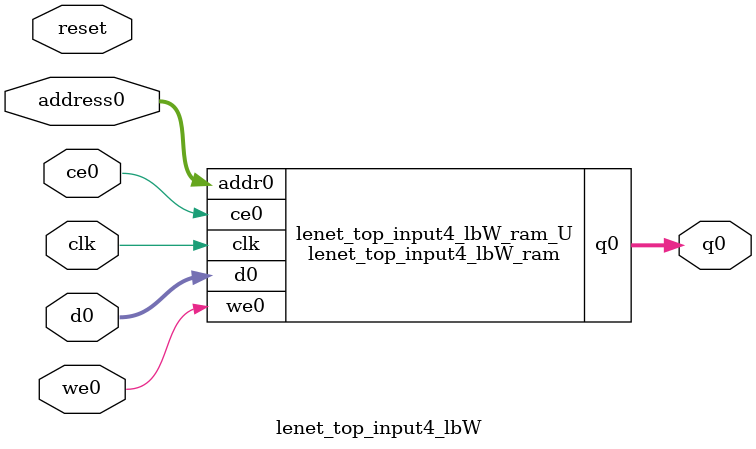
<source format=v>
`timescale 1 ns / 1 ps
module lenet_top_input4_lbW_ram (addr0, ce0, d0, we0, q0,  clk);

parameter DWIDTH = 32;
parameter AWIDTH = 11;
parameter MEM_SIZE = 1600;

input[AWIDTH-1:0] addr0;
input ce0;
input[DWIDTH-1:0] d0;
input we0;
output reg[DWIDTH-1:0] q0;
input clk;

(* ram_style = "block" *)reg [DWIDTH-1:0] ram[0:MEM_SIZE-1];




always @(posedge clk)  
begin 
    if (ce0) 
    begin
        if (we0) 
        begin 
            ram[addr0] <= d0; 
        end 
        q0 <= ram[addr0];
    end
end


endmodule

`timescale 1 ns / 1 ps
module lenet_top_input4_lbW(
    reset,
    clk,
    address0,
    ce0,
    we0,
    d0,
    q0);

parameter DataWidth = 32'd32;
parameter AddressRange = 32'd1600;
parameter AddressWidth = 32'd11;
input reset;
input clk;
input[AddressWidth - 1:0] address0;
input ce0;
input we0;
input[DataWidth - 1:0] d0;
output[DataWidth - 1:0] q0;



lenet_top_input4_lbW_ram lenet_top_input4_lbW_ram_U(
    .clk( clk ),
    .addr0( address0 ),
    .ce0( ce0 ),
    .we0( we0 ),
    .d0( d0 ),
    .q0( q0 ));

endmodule


</source>
